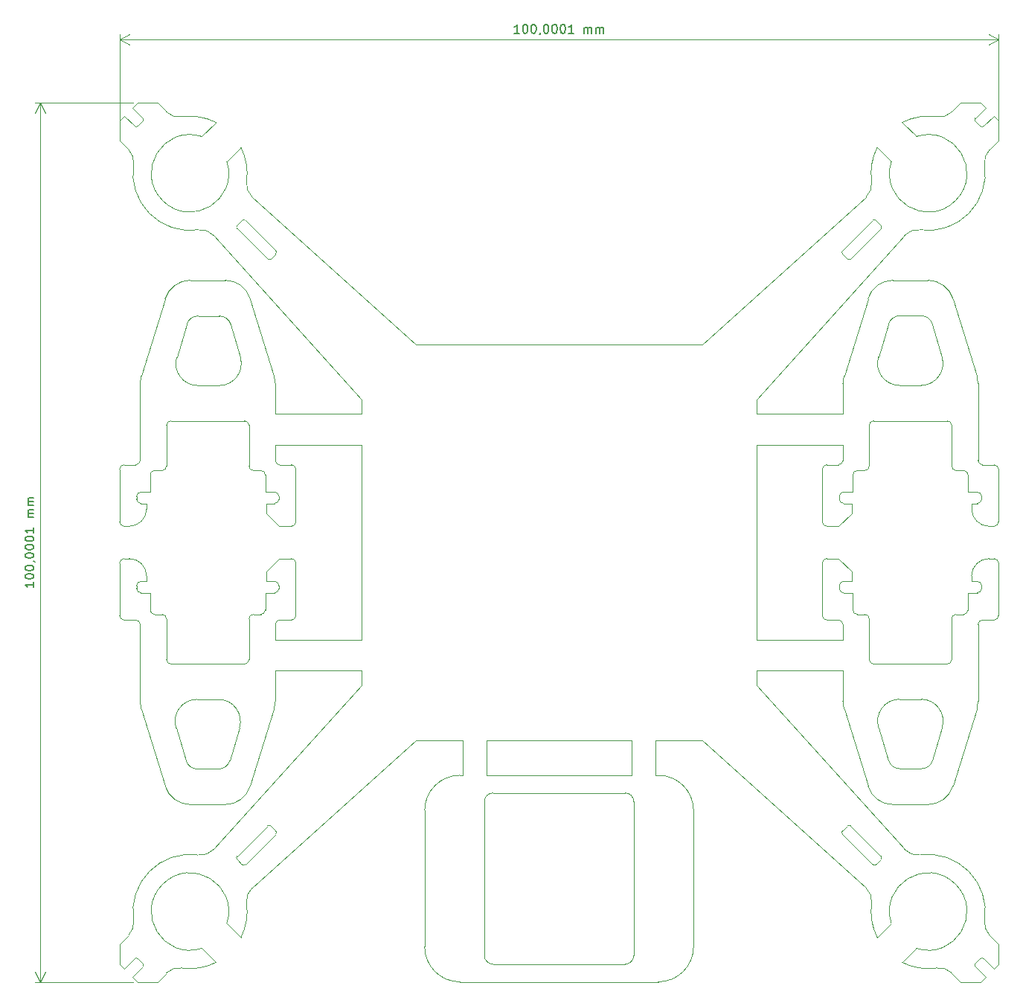
<source format=gbr>
%TF.GenerationSoftware,KiCad,Pcbnew,8.0.1*%
%TF.CreationDate,2024-05-11T18:36:51+02:00*%
%TF.ProjectId,Dron Wi-Fi ESP32,44726f6e-2057-4692-9d46-692045535033,rev?*%
%TF.SameCoordinates,Original*%
%TF.FileFunction,Profile,NP*%
%FSLAX46Y46*%
G04 Gerber Fmt 4.6, Leading zero omitted, Abs format (unit mm)*
G04 Created by KiCad (PCBNEW 8.0.1) date 2024-05-11 18:36:51*
%MOMM*%
%LPD*%
G01*
G04 APERTURE LIST*
%ADD10C,0.150000*%
%TA.AperFunction,Profile*%
%ADD11C,0.050000*%
%TD*%
%TA.AperFunction,Profile*%
%ADD12C,0.025400*%
%TD*%
G04 APERTURE END LIST*
D10*
X140319113Y-49904819D02*
X139747685Y-49904819D01*
X140033399Y-49904819D02*
X140033399Y-48904819D01*
X140033399Y-48904819D02*
X139938161Y-49047676D01*
X139938161Y-49047676D02*
X139842923Y-49142914D01*
X139842923Y-49142914D02*
X139747685Y-49190533D01*
X140938161Y-48904819D02*
X141033399Y-48904819D01*
X141033399Y-48904819D02*
X141128637Y-48952438D01*
X141128637Y-48952438D02*
X141176256Y-49000057D01*
X141176256Y-49000057D02*
X141223875Y-49095295D01*
X141223875Y-49095295D02*
X141271494Y-49285771D01*
X141271494Y-49285771D02*
X141271494Y-49523866D01*
X141271494Y-49523866D02*
X141223875Y-49714342D01*
X141223875Y-49714342D02*
X141176256Y-49809580D01*
X141176256Y-49809580D02*
X141128637Y-49857200D01*
X141128637Y-49857200D02*
X141033399Y-49904819D01*
X141033399Y-49904819D02*
X140938161Y-49904819D01*
X140938161Y-49904819D02*
X140842923Y-49857200D01*
X140842923Y-49857200D02*
X140795304Y-49809580D01*
X140795304Y-49809580D02*
X140747685Y-49714342D01*
X140747685Y-49714342D02*
X140700066Y-49523866D01*
X140700066Y-49523866D02*
X140700066Y-49285771D01*
X140700066Y-49285771D02*
X140747685Y-49095295D01*
X140747685Y-49095295D02*
X140795304Y-49000057D01*
X140795304Y-49000057D02*
X140842923Y-48952438D01*
X140842923Y-48952438D02*
X140938161Y-48904819D01*
X141890542Y-48904819D02*
X141985780Y-48904819D01*
X141985780Y-48904819D02*
X142081018Y-48952438D01*
X142081018Y-48952438D02*
X142128637Y-49000057D01*
X142128637Y-49000057D02*
X142176256Y-49095295D01*
X142176256Y-49095295D02*
X142223875Y-49285771D01*
X142223875Y-49285771D02*
X142223875Y-49523866D01*
X142223875Y-49523866D02*
X142176256Y-49714342D01*
X142176256Y-49714342D02*
X142128637Y-49809580D01*
X142128637Y-49809580D02*
X142081018Y-49857200D01*
X142081018Y-49857200D02*
X141985780Y-49904819D01*
X141985780Y-49904819D02*
X141890542Y-49904819D01*
X141890542Y-49904819D02*
X141795304Y-49857200D01*
X141795304Y-49857200D02*
X141747685Y-49809580D01*
X141747685Y-49809580D02*
X141700066Y-49714342D01*
X141700066Y-49714342D02*
X141652447Y-49523866D01*
X141652447Y-49523866D02*
X141652447Y-49285771D01*
X141652447Y-49285771D02*
X141700066Y-49095295D01*
X141700066Y-49095295D02*
X141747685Y-49000057D01*
X141747685Y-49000057D02*
X141795304Y-48952438D01*
X141795304Y-48952438D02*
X141890542Y-48904819D01*
X142700066Y-49857200D02*
X142700066Y-49904819D01*
X142700066Y-49904819D02*
X142652447Y-50000057D01*
X142652447Y-50000057D02*
X142604828Y-50047676D01*
X143319113Y-48904819D02*
X143414351Y-48904819D01*
X143414351Y-48904819D02*
X143509589Y-48952438D01*
X143509589Y-48952438D02*
X143557208Y-49000057D01*
X143557208Y-49000057D02*
X143604827Y-49095295D01*
X143604827Y-49095295D02*
X143652446Y-49285771D01*
X143652446Y-49285771D02*
X143652446Y-49523866D01*
X143652446Y-49523866D02*
X143604827Y-49714342D01*
X143604827Y-49714342D02*
X143557208Y-49809580D01*
X143557208Y-49809580D02*
X143509589Y-49857200D01*
X143509589Y-49857200D02*
X143414351Y-49904819D01*
X143414351Y-49904819D02*
X143319113Y-49904819D01*
X143319113Y-49904819D02*
X143223875Y-49857200D01*
X143223875Y-49857200D02*
X143176256Y-49809580D01*
X143176256Y-49809580D02*
X143128637Y-49714342D01*
X143128637Y-49714342D02*
X143081018Y-49523866D01*
X143081018Y-49523866D02*
X143081018Y-49285771D01*
X143081018Y-49285771D02*
X143128637Y-49095295D01*
X143128637Y-49095295D02*
X143176256Y-49000057D01*
X143176256Y-49000057D02*
X143223875Y-48952438D01*
X143223875Y-48952438D02*
X143319113Y-48904819D01*
X144271494Y-48904819D02*
X144366732Y-48904819D01*
X144366732Y-48904819D02*
X144461970Y-48952438D01*
X144461970Y-48952438D02*
X144509589Y-49000057D01*
X144509589Y-49000057D02*
X144557208Y-49095295D01*
X144557208Y-49095295D02*
X144604827Y-49285771D01*
X144604827Y-49285771D02*
X144604827Y-49523866D01*
X144604827Y-49523866D02*
X144557208Y-49714342D01*
X144557208Y-49714342D02*
X144509589Y-49809580D01*
X144509589Y-49809580D02*
X144461970Y-49857200D01*
X144461970Y-49857200D02*
X144366732Y-49904819D01*
X144366732Y-49904819D02*
X144271494Y-49904819D01*
X144271494Y-49904819D02*
X144176256Y-49857200D01*
X144176256Y-49857200D02*
X144128637Y-49809580D01*
X144128637Y-49809580D02*
X144081018Y-49714342D01*
X144081018Y-49714342D02*
X144033399Y-49523866D01*
X144033399Y-49523866D02*
X144033399Y-49285771D01*
X144033399Y-49285771D02*
X144081018Y-49095295D01*
X144081018Y-49095295D02*
X144128637Y-49000057D01*
X144128637Y-49000057D02*
X144176256Y-48952438D01*
X144176256Y-48952438D02*
X144271494Y-48904819D01*
X145223875Y-48904819D02*
X145319113Y-48904819D01*
X145319113Y-48904819D02*
X145414351Y-48952438D01*
X145414351Y-48952438D02*
X145461970Y-49000057D01*
X145461970Y-49000057D02*
X145509589Y-49095295D01*
X145509589Y-49095295D02*
X145557208Y-49285771D01*
X145557208Y-49285771D02*
X145557208Y-49523866D01*
X145557208Y-49523866D02*
X145509589Y-49714342D01*
X145509589Y-49714342D02*
X145461970Y-49809580D01*
X145461970Y-49809580D02*
X145414351Y-49857200D01*
X145414351Y-49857200D02*
X145319113Y-49904819D01*
X145319113Y-49904819D02*
X145223875Y-49904819D01*
X145223875Y-49904819D02*
X145128637Y-49857200D01*
X145128637Y-49857200D02*
X145081018Y-49809580D01*
X145081018Y-49809580D02*
X145033399Y-49714342D01*
X145033399Y-49714342D02*
X144985780Y-49523866D01*
X144985780Y-49523866D02*
X144985780Y-49285771D01*
X144985780Y-49285771D02*
X145033399Y-49095295D01*
X145033399Y-49095295D02*
X145081018Y-49000057D01*
X145081018Y-49000057D02*
X145128637Y-48952438D01*
X145128637Y-48952438D02*
X145223875Y-48904819D01*
X146509589Y-49904819D02*
X145938161Y-49904819D01*
X146223875Y-49904819D02*
X146223875Y-48904819D01*
X146223875Y-48904819D02*
X146128637Y-49047676D01*
X146128637Y-49047676D02*
X146033399Y-49142914D01*
X146033399Y-49142914D02*
X145938161Y-49190533D01*
X147700066Y-49904819D02*
X147700066Y-49238152D01*
X147700066Y-49333390D02*
X147747685Y-49285771D01*
X147747685Y-49285771D02*
X147842923Y-49238152D01*
X147842923Y-49238152D02*
X147985780Y-49238152D01*
X147985780Y-49238152D02*
X148081018Y-49285771D01*
X148081018Y-49285771D02*
X148128637Y-49381009D01*
X148128637Y-49381009D02*
X148128637Y-49904819D01*
X148128637Y-49381009D02*
X148176256Y-49285771D01*
X148176256Y-49285771D02*
X148271494Y-49238152D01*
X148271494Y-49238152D02*
X148414351Y-49238152D01*
X148414351Y-49238152D02*
X148509590Y-49285771D01*
X148509590Y-49285771D02*
X148557209Y-49381009D01*
X148557209Y-49381009D02*
X148557209Y-49904819D01*
X149033399Y-49904819D02*
X149033399Y-49238152D01*
X149033399Y-49333390D02*
X149081018Y-49285771D01*
X149081018Y-49285771D02*
X149176256Y-49238152D01*
X149176256Y-49238152D02*
X149319113Y-49238152D01*
X149319113Y-49238152D02*
X149414351Y-49285771D01*
X149414351Y-49285771D02*
X149461970Y-49381009D01*
X149461970Y-49381009D02*
X149461970Y-49904819D01*
X149461970Y-49381009D02*
X149509589Y-49285771D01*
X149509589Y-49285771D02*
X149604827Y-49238152D01*
X149604827Y-49238152D02*
X149747684Y-49238152D01*
X149747684Y-49238152D02*
X149842923Y-49285771D01*
X149842923Y-49285771D02*
X149890542Y-49381009D01*
X149890542Y-49381009D02*
X149890542Y-49904819D01*
D11*
X94842898Y-61635861D02*
X94842898Y-50013580D01*
X194842948Y-61635861D02*
X194842948Y-50013580D01*
X94842898Y-50600000D02*
X194842948Y-50600000D01*
X94842898Y-50600000D02*
X194842948Y-50600000D01*
X94842898Y-50600000D02*
X95969402Y-50013579D01*
X94842898Y-50600000D02*
X95969402Y-51186421D01*
X194842948Y-50600000D02*
X193716444Y-51186421D01*
X194842948Y-50600000D02*
X193716444Y-50013579D01*
D10*
X85064820Y-112365065D02*
X85064820Y-112936493D01*
X85064820Y-112650779D02*
X84064820Y-112650779D01*
X84064820Y-112650779D02*
X84207677Y-112746017D01*
X84207677Y-112746017D02*
X84302915Y-112841255D01*
X84302915Y-112841255D02*
X84350534Y-112936493D01*
X84064820Y-111746017D02*
X84064820Y-111650779D01*
X84064820Y-111650779D02*
X84112439Y-111555541D01*
X84112439Y-111555541D02*
X84160058Y-111507922D01*
X84160058Y-111507922D02*
X84255296Y-111460303D01*
X84255296Y-111460303D02*
X84445772Y-111412684D01*
X84445772Y-111412684D02*
X84683867Y-111412684D01*
X84683867Y-111412684D02*
X84874343Y-111460303D01*
X84874343Y-111460303D02*
X84969581Y-111507922D01*
X84969581Y-111507922D02*
X85017201Y-111555541D01*
X85017201Y-111555541D02*
X85064820Y-111650779D01*
X85064820Y-111650779D02*
X85064820Y-111746017D01*
X85064820Y-111746017D02*
X85017201Y-111841255D01*
X85017201Y-111841255D02*
X84969581Y-111888874D01*
X84969581Y-111888874D02*
X84874343Y-111936493D01*
X84874343Y-111936493D02*
X84683867Y-111984112D01*
X84683867Y-111984112D02*
X84445772Y-111984112D01*
X84445772Y-111984112D02*
X84255296Y-111936493D01*
X84255296Y-111936493D02*
X84160058Y-111888874D01*
X84160058Y-111888874D02*
X84112439Y-111841255D01*
X84112439Y-111841255D02*
X84064820Y-111746017D01*
X84064820Y-110793636D02*
X84064820Y-110698398D01*
X84064820Y-110698398D02*
X84112439Y-110603160D01*
X84112439Y-110603160D02*
X84160058Y-110555541D01*
X84160058Y-110555541D02*
X84255296Y-110507922D01*
X84255296Y-110507922D02*
X84445772Y-110460303D01*
X84445772Y-110460303D02*
X84683867Y-110460303D01*
X84683867Y-110460303D02*
X84874343Y-110507922D01*
X84874343Y-110507922D02*
X84969581Y-110555541D01*
X84969581Y-110555541D02*
X85017201Y-110603160D01*
X85017201Y-110603160D02*
X85064820Y-110698398D01*
X85064820Y-110698398D02*
X85064820Y-110793636D01*
X85064820Y-110793636D02*
X85017201Y-110888874D01*
X85017201Y-110888874D02*
X84969581Y-110936493D01*
X84969581Y-110936493D02*
X84874343Y-110984112D01*
X84874343Y-110984112D02*
X84683867Y-111031731D01*
X84683867Y-111031731D02*
X84445772Y-111031731D01*
X84445772Y-111031731D02*
X84255296Y-110984112D01*
X84255296Y-110984112D02*
X84160058Y-110936493D01*
X84160058Y-110936493D02*
X84112439Y-110888874D01*
X84112439Y-110888874D02*
X84064820Y-110793636D01*
X85017201Y-109984112D02*
X85064820Y-109984112D01*
X85064820Y-109984112D02*
X85160058Y-110031731D01*
X85160058Y-110031731D02*
X85207677Y-110079350D01*
X84064820Y-109365065D02*
X84064820Y-109269827D01*
X84064820Y-109269827D02*
X84112439Y-109174589D01*
X84112439Y-109174589D02*
X84160058Y-109126970D01*
X84160058Y-109126970D02*
X84255296Y-109079351D01*
X84255296Y-109079351D02*
X84445772Y-109031732D01*
X84445772Y-109031732D02*
X84683867Y-109031732D01*
X84683867Y-109031732D02*
X84874343Y-109079351D01*
X84874343Y-109079351D02*
X84969581Y-109126970D01*
X84969581Y-109126970D02*
X85017201Y-109174589D01*
X85017201Y-109174589D02*
X85064820Y-109269827D01*
X85064820Y-109269827D02*
X85064820Y-109365065D01*
X85064820Y-109365065D02*
X85017201Y-109460303D01*
X85017201Y-109460303D02*
X84969581Y-109507922D01*
X84969581Y-109507922D02*
X84874343Y-109555541D01*
X84874343Y-109555541D02*
X84683867Y-109603160D01*
X84683867Y-109603160D02*
X84445772Y-109603160D01*
X84445772Y-109603160D02*
X84255296Y-109555541D01*
X84255296Y-109555541D02*
X84160058Y-109507922D01*
X84160058Y-109507922D02*
X84112439Y-109460303D01*
X84112439Y-109460303D02*
X84064820Y-109365065D01*
X84064820Y-108412684D02*
X84064820Y-108317446D01*
X84064820Y-108317446D02*
X84112439Y-108222208D01*
X84112439Y-108222208D02*
X84160058Y-108174589D01*
X84160058Y-108174589D02*
X84255296Y-108126970D01*
X84255296Y-108126970D02*
X84445772Y-108079351D01*
X84445772Y-108079351D02*
X84683867Y-108079351D01*
X84683867Y-108079351D02*
X84874343Y-108126970D01*
X84874343Y-108126970D02*
X84969581Y-108174589D01*
X84969581Y-108174589D02*
X85017201Y-108222208D01*
X85017201Y-108222208D02*
X85064820Y-108317446D01*
X85064820Y-108317446D02*
X85064820Y-108412684D01*
X85064820Y-108412684D02*
X85017201Y-108507922D01*
X85017201Y-108507922D02*
X84969581Y-108555541D01*
X84969581Y-108555541D02*
X84874343Y-108603160D01*
X84874343Y-108603160D02*
X84683867Y-108650779D01*
X84683867Y-108650779D02*
X84445772Y-108650779D01*
X84445772Y-108650779D02*
X84255296Y-108603160D01*
X84255296Y-108603160D02*
X84160058Y-108555541D01*
X84160058Y-108555541D02*
X84112439Y-108507922D01*
X84112439Y-108507922D02*
X84064820Y-108412684D01*
X84064820Y-107460303D02*
X84064820Y-107365065D01*
X84064820Y-107365065D02*
X84112439Y-107269827D01*
X84112439Y-107269827D02*
X84160058Y-107222208D01*
X84160058Y-107222208D02*
X84255296Y-107174589D01*
X84255296Y-107174589D02*
X84445772Y-107126970D01*
X84445772Y-107126970D02*
X84683867Y-107126970D01*
X84683867Y-107126970D02*
X84874343Y-107174589D01*
X84874343Y-107174589D02*
X84969581Y-107222208D01*
X84969581Y-107222208D02*
X85017201Y-107269827D01*
X85017201Y-107269827D02*
X85064820Y-107365065D01*
X85064820Y-107365065D02*
X85064820Y-107460303D01*
X85064820Y-107460303D02*
X85017201Y-107555541D01*
X85017201Y-107555541D02*
X84969581Y-107603160D01*
X84969581Y-107603160D02*
X84874343Y-107650779D01*
X84874343Y-107650779D02*
X84683867Y-107698398D01*
X84683867Y-107698398D02*
X84445772Y-107698398D01*
X84445772Y-107698398D02*
X84255296Y-107650779D01*
X84255296Y-107650779D02*
X84160058Y-107603160D01*
X84160058Y-107603160D02*
X84112439Y-107555541D01*
X84112439Y-107555541D02*
X84064820Y-107460303D01*
X85064820Y-106174589D02*
X85064820Y-106746017D01*
X85064820Y-106460303D02*
X84064820Y-106460303D01*
X84064820Y-106460303D02*
X84207677Y-106555541D01*
X84207677Y-106555541D02*
X84302915Y-106650779D01*
X84302915Y-106650779D02*
X84350534Y-106746017D01*
X85064820Y-104984112D02*
X84398153Y-104984112D01*
X84493391Y-104984112D02*
X84445772Y-104936493D01*
X84445772Y-104936493D02*
X84398153Y-104841255D01*
X84398153Y-104841255D02*
X84398153Y-104698398D01*
X84398153Y-104698398D02*
X84445772Y-104603160D01*
X84445772Y-104603160D02*
X84541010Y-104555541D01*
X84541010Y-104555541D02*
X85064820Y-104555541D01*
X84541010Y-104555541D02*
X84445772Y-104507922D01*
X84445772Y-104507922D02*
X84398153Y-104412684D01*
X84398153Y-104412684D02*
X84398153Y-104269827D01*
X84398153Y-104269827D02*
X84445772Y-104174588D01*
X84445772Y-104174588D02*
X84541010Y-104126969D01*
X84541010Y-104126969D02*
X85064820Y-104126969D01*
X85064820Y-103650779D02*
X84398153Y-103650779D01*
X84493391Y-103650779D02*
X84445772Y-103603160D01*
X84445772Y-103603160D02*
X84398153Y-103507922D01*
X84398153Y-103507922D02*
X84398153Y-103365065D01*
X84398153Y-103365065D02*
X84445772Y-103269827D01*
X84445772Y-103269827D02*
X84541010Y-103222208D01*
X84541010Y-103222208D02*
X85064820Y-103222208D01*
X84541010Y-103222208D02*
X84445772Y-103174589D01*
X84445772Y-103174589D02*
X84398153Y-103079351D01*
X84398153Y-103079351D02*
X84398153Y-102936494D01*
X84398153Y-102936494D02*
X84445772Y-102841255D01*
X84445772Y-102841255D02*
X84541010Y-102793636D01*
X84541010Y-102793636D02*
X85064820Y-102793636D01*
D11*
X96342898Y-57841231D02*
X85173581Y-57841231D01*
X96342898Y-157841281D02*
X85173581Y-157841281D01*
X85760001Y-57841231D02*
X85760001Y-157841281D01*
X85760001Y-57841231D02*
X85760001Y-157841281D01*
X85760001Y-57841231D02*
X86346422Y-58967735D01*
X85760001Y-57841231D02*
X85173580Y-58967735D01*
X85760001Y-157841281D02*
X85173580Y-156714777D01*
X85760001Y-157841281D02*
X86346422Y-156714777D01*
D12*
X180638258Y-94006511D02*
X189019238Y-94006511D01*
X98306948Y-102106571D02*
X98306948Y-100156361D01*
X187338346Y-132654608D02*
G75*
G02*
X186038351Y-133598144I-1280046J396308D01*
G01*
X97300598Y-126800701D02*
X100012308Y-135560911D01*
X112610536Y-74668669D02*
G75*
G02*
X112592167Y-75021392I-186436J-167131D01*
G01*
X111406998Y-100156361D02*
X111406998Y-102106571D01*
X111406998Y-115526151D02*
G75*
G02*
X110907128Y-116025998I-499798J-49D01*
G01*
X181055581Y-152800400D02*
G75*
G02*
X180409407Y-148914203I5787319J2959100D01*
G01*
X177138138Y-93233331D02*
X167342878Y-93233331D01*
X97256918Y-103406541D02*
G75*
G02*
X96756759Y-102906411I-18J500141D01*
G01*
X108468470Y-128941956D02*
X107380418Y-132678858D01*
X194342828Y-99006501D02*
G75*
G02*
X194842699Y-99506371I-28J-499899D01*
G01*
X178778718Y-99656481D02*
X179638258Y-99656481D01*
X113047588Y-99006501D02*
G75*
G02*
X112547399Y-98506371I112J500301D01*
G01*
X113047588Y-116676011D02*
X114371178Y-116676011D01*
X111406998Y-113576191D02*
X111406998Y-115526151D01*
X189673287Y-135560651D02*
G75*
G02*
X186807658Y-137673437I-2865687J887051D01*
G01*
X113006948Y-109676021D02*
X111507078Y-111176151D01*
X177138138Y-89768771D02*
G75*
G02*
X177272260Y-88881805I3000062J-29D01*
G01*
X191778698Y-112276221D02*
X192428678Y-112276221D01*
X137342938Y-155841281D02*
G75*
G02*
X136343019Y-154841291I-38J999881D01*
G01*
X188426399Y-128917706D02*
X187338347Y-132654608D01*
X113006948Y-106006481D02*
X114371178Y-106006481D01*
X105793858Y-155632751D02*
G75*
G02*
X101859650Y-156266470I-2951058J5791651D01*
G01*
X175314668Y-116676011D02*
X176638268Y-116676011D01*
X179984209Y-80121851D02*
G75*
G02*
X182849838Y-78009085I2865591J-886949D01*
G01*
X96842898Y-57841231D02*
X96302638Y-58381741D01*
X194342828Y-99006501D02*
X193019228Y-99006501D01*
X99137528Y-157841281D02*
X100148708Y-156830111D01*
X111507078Y-111176151D02*
X111507078Y-112276221D01*
X97166488Y-89768771D02*
X97166488Y-98506371D01*
X109128928Y-144493376D02*
X112606914Y-141010047D01*
X178278848Y-115526151D02*
X178278848Y-113576191D01*
X96666368Y-99006501D02*
X95343028Y-99006501D01*
X176728688Y-102906411D02*
X176728688Y-102606441D01*
X96302638Y-157301021D02*
X96842898Y-157841281D01*
X114871308Y-116176141D02*
G75*
G02*
X114371178Y-116676308I-500308J141D01*
G01*
X97475858Y-156127801D02*
X96302638Y-157301021D01*
X167342878Y-122449171D02*
X177138138Y-122449171D01*
X167342878Y-96733201D02*
X177138138Y-96733201D01*
X177138138Y-122449171D02*
X177138138Y-125913731D01*
X181189314Y-86732791D02*
X182337367Y-82995889D01*
X183577366Y-89971956D02*
G75*
G02*
X181189395Y-86732816I-66J2499756D01*
G01*
X97256918Y-113576191D02*
G75*
G02*
X96756709Y-113076071I-18J500191D01*
G01*
X179984208Y-80121851D02*
X177272248Y-88881801D01*
X112457038Y-103406541D02*
X111507078Y-103406541D01*
X183648344Y-133598175D02*
G75*
G02*
X182348365Y-132654603I-20044J1339675D01*
G01*
X106175418Y-89992661D02*
X103725418Y-89992661D01*
X107027528Y-64481551D02*
G75*
G02*
X104195204Y-61654193I-4184628J-1359649D01*
G01*
X176728688Y-113076071D02*
X176728688Y-112776091D01*
X108190848Y-72127201D02*
G75*
G02*
X108209110Y-71774620I186552J167101D01*
G01*
X189519368Y-116526151D02*
G75*
G02*
X190019238Y-116026268I499932J-49D01*
G01*
X177228818Y-102106571D02*
X178278848Y-102106571D01*
X108190803Y-72127261D02*
X111674132Y-75605247D01*
X112588674Y-140657532D02*
X112021667Y-140090422D01*
X106835758Y-78008831D02*
G75*
G02*
X109701589Y-80121869I42J-2999869D01*
G01*
X137342938Y-136341201D02*
X152342908Y-136341201D01*
X160142998Y-153841291D02*
G75*
G02*
X156143008Y-157841298I-3999998J-9D01*
G01*
X191378648Y-115526151D02*
G75*
G02*
X190878778Y-116026048I-499848J-49D01*
G01*
X110047588Y-99656481D02*
X110907128Y-99656481D01*
X102878188Y-137673681D02*
X106835758Y-137673681D01*
X167342878Y-91580811D02*
X184148278Y-72916631D01*
X153342908Y-137341191D02*
X153342908Y-154841291D01*
X136342938Y-154841291D02*
X136342938Y-137341191D01*
X112957158Y-102906411D02*
G75*
G02*
X112457038Y-103406558I-500158J11D01*
G01*
X182849838Y-137673681D02*
X186807658Y-137673681D01*
X186027366Y-89971956D02*
X183577366Y-89971956D01*
X180556978Y-71189431D02*
X177078992Y-74672760D01*
X111507078Y-103406541D02*
X111507078Y-104506361D01*
X194842948Y-116176141D02*
X194842948Y-110176151D01*
X176678648Y-106006481D02*
X178178778Y-104506361D01*
X108563470Y-86753496D02*
X107475418Y-83016594D01*
X110047588Y-99656481D02*
G75*
G02*
X109547419Y-99156361I112J500281D01*
G01*
X101242366Y-128941956D02*
X102390419Y-132678858D01*
X106080418Y-125702791D02*
G75*
G02*
X108468378Y-128941928I-18J-2499809D01*
G01*
X177097232Y-75025275D02*
G75*
G02*
X177078946Y-74672719I168168J185475D01*
G01*
X185485848Y-154026711D02*
X183883868Y-155628691D01*
X183891998Y-60049761D02*
G75*
G02*
X187826188Y-59416092I2951002J-5791839D01*
G01*
X192428678Y-112276221D02*
G75*
G02*
X192928579Y-112776091I22J-499879D01*
G01*
X101337366Y-86753496D02*
X102485419Y-83016594D01*
X178778718Y-116026021D02*
G75*
G02*
X178278879Y-115526151I-18J499821D01*
G01*
X192767268Y-155217211D02*
G75*
G02*
X193129138Y-155208401I185132J-167989D01*
G01*
X109918308Y-147146611D02*
X128582478Y-130341211D01*
X97166488Y-117176131D02*
X97166488Y-125913731D01*
X191378648Y-113576191D02*
X191378648Y-115526151D01*
X176638268Y-116676011D02*
G75*
G02*
X177138389Y-117176131I-68J-500189D01*
G01*
X192209988Y-156127541D02*
G75*
G02*
X192219073Y-155765807I176812J176541D01*
G01*
X152342908Y-136341201D02*
G75*
G02*
X153342899Y-137341191I-8J-999999D01*
G01*
X189519368Y-94506381D02*
X189519368Y-99156361D01*
X178278848Y-102106571D02*
X178278848Y-100156361D01*
X133892858Y-130341211D02*
X133892858Y-134341201D01*
X192519358Y-117176131D02*
G75*
G02*
X193019228Y-116676358I499842J-69D01*
G01*
X161103368Y-85341301D02*
X152493028Y-85341301D01*
X177228818Y-103406541D02*
G75*
G02*
X176728659Y-102906411I-18J500141D01*
G01*
X179638258Y-116026021D02*
X178778718Y-116026021D01*
X108629257Y-62880331D02*
G75*
G02*
X109276322Y-66768292I-5786557J-2960869D01*
G01*
X191378648Y-102106571D02*
X192428678Y-102106571D01*
X186038347Y-125678541D02*
X183588347Y-125678541D01*
X100012308Y-80121851D02*
X97300598Y-88881801D01*
X180409398Y-66768311D02*
G75*
G02*
X181056499Y-62880280I6433502J927111D01*
G01*
X97907158Y-112276221D02*
X97907158Y-111676021D01*
X194302438Y-156381541D02*
X194842948Y-155841281D01*
X112957158Y-113076071D02*
G75*
G02*
X112457038Y-113576158I-500058J-29D01*
G01*
X94842898Y-110176151D02*
X94842898Y-116176141D01*
X182849838Y-137673681D02*
G75*
G02*
X179984023Y-135560708I-38J2999881D01*
G01*
X96757038Y-102906411D02*
X96757038Y-102606441D01*
X97300599Y-126800701D02*
G75*
G02*
X97166467Y-125913731I2865101J886901D01*
G01*
X137192828Y-85341301D02*
X152493028Y-85341301D01*
X181476513Y-143907896D02*
X180909528Y-144475041D01*
X178178778Y-103406541D02*
X177228818Y-103406541D01*
X103725418Y-89992661D02*
G75*
G02*
X101337361Y-86753494I-18J2499861D01*
G01*
X153092968Y-134341201D02*
X153092968Y-130341211D01*
X99666358Y-116026021D02*
X98807078Y-116026021D01*
X194342828Y-109676021D02*
X193778688Y-109676021D01*
X108776319Y-71207472D02*
G75*
G02*
X109128873Y-71189187I185481J-168328D01*
G01*
X114871308Y-105506361D02*
X114871308Y-99506371D01*
X177228818Y-112276221D02*
X178178778Y-112276221D01*
X191778698Y-103406541D02*
X191778698Y-104006491D01*
X155792988Y-130341211D02*
X161103368Y-130341211D01*
X109701648Y-135560911D02*
X112413348Y-126800701D01*
X187820358Y-156267241D02*
G75*
G02*
X189537215Y-156830044I302542J-1977159D01*
G01*
X192519358Y-125913731D02*
G75*
G02*
X192385231Y-126800696I-2999958J31D01*
G01*
X177138138Y-98506371D02*
G75*
G02*
X176638268Y-99006238I-499838J-29D01*
G01*
X107028298Y-151198421D02*
X108630268Y-152800401D01*
X112547718Y-98506371D02*
X112547718Y-96733201D01*
X161103368Y-130341211D02*
X179767548Y-147146611D01*
X181476707Y-71774652D02*
G75*
G02*
X181494980Y-72127184I-168007J-185448D01*
G01*
X100666358Y-94006511D02*
X109047598Y-94006511D01*
X193129218Y-155208321D02*
X194302438Y-156381541D01*
X122342968Y-91580811D02*
X122342968Y-93233331D01*
X112588674Y-140657532D02*
G75*
G02*
X112606958Y-141010086I-168074J-185468D01*
G01*
X98306948Y-100156361D02*
G75*
G02*
X98807078Y-99656248I500152J-39D01*
G01*
X194842948Y-105506361D02*
X194842948Y-99506371D01*
X192385248Y-88881801D02*
X189673288Y-80121851D01*
X190019238Y-99656481D02*
G75*
G02*
X189519119Y-99156361I-38J500081D01*
G01*
X192769297Y-155214920D02*
G75*
G02*
X192216596Y-155767629I-5927997J5375220D01*
G01*
X95343028Y-106006481D02*
X95907158Y-106006481D01*
X177138138Y-96733201D02*
X177138138Y-98506371D01*
X183883868Y-60053821D02*
X185485848Y-61655801D01*
X96556378Y-60474191D02*
X95383158Y-59300961D01*
X194302438Y-59300961D02*
X193129218Y-60474191D01*
X101242367Y-128941956D02*
G75*
G02*
X103630418Y-125702764I2388133J739256D01*
G01*
X108209138Y-143907861D02*
G75*
G02*
X108190861Y-143555313I168062J185461D01*
G01*
X95907158Y-109676021D02*
X95343028Y-109676021D01*
X177097232Y-75025275D02*
X177664239Y-75592385D01*
X95854068Y-63147031D02*
G75*
G02*
X96416867Y-64863811I-1414268J-1414269D01*
G01*
X175314668Y-106006481D02*
X176678648Y-106006481D01*
X191778698Y-111676021D02*
X191778698Y-112276221D01*
X109701647Y-135560651D02*
G75*
G02*
X106835758Y-137673731I-2865847J886851D01*
G01*
X184148279Y-72916632D02*
G75*
G02*
X185919654Y-72275444I1486221J-1338468D01*
G01*
X181200295Y-128917706D02*
G75*
G02*
X183588347Y-125678572I2388005J739306D01*
G01*
X101865488Y-59415260D02*
G75*
G02*
X100148654Y-58852455I-302488J1977260D01*
G01*
X94842898Y-155841281D02*
X95383158Y-156381541D01*
X95343028Y-116676011D02*
G75*
G02*
X94843189Y-116176141I-28J499811D01*
G01*
X111507078Y-112276221D02*
X112457038Y-112276221D01*
X181055579Y-152800401D02*
X182657298Y-151198421D01*
X108776318Y-71207471D02*
G75*
G02*
X108213345Y-71769445I-5926018J5373571D01*
G01*
X97256918Y-102106571D02*
X98306948Y-102106571D01*
X180138128Y-121176131D02*
X180138128Y-116526151D01*
X103758808Y-72276551D02*
G75*
G02*
X96417494Y-64857950I-915908J6435351D01*
G01*
X100166488Y-99156361D02*
X100166488Y-94506381D01*
X109547718Y-94506381D02*
X109547718Y-99156361D01*
X97907158Y-104006491D02*
G75*
G02*
X95907158Y-106006458I-1999958J-9D01*
G01*
X192218879Y-59916910D02*
G75*
G02*
X192209986Y-59554959I167921J185210D01*
G01*
X111406998Y-102106571D02*
X112457038Y-102106571D01*
X180638258Y-121676001D02*
G75*
G02*
X180138399Y-121176131I-58J499801D01*
G01*
X97472048Y-59550901D02*
G75*
G02*
X97467027Y-59916976I-173048J-180699D01*
G01*
X189673288Y-135560911D02*
X192385248Y-126800701D01*
X167342878Y-118949311D02*
X167342878Y-96733201D01*
X96416937Y-150818691D02*
G75*
G02*
X95854115Y-152535518I-1977137J-302509D01*
G01*
X183648344Y-133598176D02*
X186038351Y-133598176D01*
X96842898Y-157841281D02*
X99137528Y-157841281D01*
X111670337Y-140073644D02*
G75*
G02*
X112023084Y-140091990I167163J-186256D01*
G01*
X94842898Y-99506371D02*
X94842898Y-105506361D01*
X111507078Y-104506361D02*
X113006948Y-106006481D01*
X109047598Y-121676001D02*
X100666358Y-121676001D01*
X174814548Y-110176151D02*
G75*
G02*
X175314668Y-109676048I500152J-49D01*
G01*
X176678648Y-109676021D02*
X175314668Y-109676021D01*
X194842948Y-105506361D02*
G75*
G02*
X194342828Y-106006448I-500048J-39D01*
G01*
X178178778Y-112276221D02*
X178178778Y-111176151D01*
X112547718Y-93233331D02*
X112547718Y-89768771D01*
X94842898Y-99506371D02*
G75*
G02*
X95343028Y-99006198I500202J-29D01*
G01*
X114371178Y-109676021D02*
X113006948Y-109676021D01*
X174814548Y-110176151D02*
X174814548Y-116176141D01*
X182658318Y-151200961D02*
G75*
G02*
X185490425Y-154028210I4184582J1359661D01*
G01*
X136342938Y-137341191D02*
G75*
G02*
X137342938Y-136341138I1000062J-9D01*
G01*
X99137528Y-57841231D02*
X96842898Y-57841231D01*
X192842958Y-157841281D02*
X193383218Y-157301021D01*
X192209988Y-59554961D02*
X193383218Y-58381741D01*
X167342878Y-93233331D02*
X167342878Y-91580811D01*
X190019238Y-99656481D02*
X190878778Y-99656481D01*
X174814548Y-99506371D02*
G75*
G02*
X175314668Y-99006248I500152J-29D01*
G01*
X110907128Y-99656481D02*
G75*
G02*
X111407019Y-100156361I-28J-499919D01*
G01*
X191378648Y-100156361D02*
X191378648Y-102106571D01*
X106080418Y-125702791D02*
X103630418Y-125702791D01*
X189019238Y-94006511D02*
G75*
G02*
X189519089Y-94506381I-38J-499889D01*
G01*
X94842898Y-110176151D02*
G75*
G02*
X95343028Y-109675998I500202J-49D01*
G01*
X114371178Y-99006501D02*
X113047588Y-99006501D01*
X94842898Y-59841221D02*
X94842898Y-62135861D01*
X109128878Y-144493331D02*
G75*
G02*
X108776111Y-144475001I-167178J186331D01*
G01*
X97466968Y-155765591D02*
G75*
G02*
X97476064Y-156127747I-167868J-185409D01*
G01*
X179767548Y-68535901D02*
X161103368Y-85341301D01*
X100166488Y-121176131D02*
X100166488Y-116526151D01*
X97907158Y-103406541D02*
X97256918Y-103406541D01*
X112026647Y-75587007D02*
X112593757Y-75020000D01*
X156143008Y-134341201D02*
G75*
G02*
X160142999Y-138341191I-8J-3999999D01*
G01*
X114871308Y-105506361D02*
G75*
G02*
X114371178Y-106006508I-500108J-39D01*
G01*
X160142998Y-153841291D02*
X160142998Y-138341191D01*
X112547718Y-96733201D02*
X122342968Y-96733201D01*
X184148278Y-142765871D02*
X167342878Y-124101701D01*
X109047598Y-94006511D02*
G75*
G02*
X109547489Y-94506381I2J-499889D01*
G01*
X177228818Y-113576191D02*
G75*
G02*
X176728709Y-113076071I-18J500091D01*
G01*
X129542858Y-138341191D02*
X129542858Y-153841291D01*
X182657298Y-64484091D02*
X181055578Y-62882361D01*
X156143008Y-134341201D02*
X155792988Y-134341201D01*
X112957158Y-112776091D02*
X112957158Y-113076071D01*
X112026647Y-75587007D02*
G75*
G02*
X111674119Y-75605262I-185447J168207D01*
G01*
X190548318Y-157841281D02*
X192842958Y-157841281D01*
X188415418Y-86732791D02*
X187327366Y-82995889D01*
X175314668Y-116676011D02*
G75*
G02*
X174814789Y-116176141I132J500011D01*
G01*
X97166488Y-98506371D02*
G75*
G02*
X96666368Y-99006488I-500088J-29D01*
G01*
X108209138Y-143907861D02*
X108776145Y-144474971D01*
X179638258Y-116026021D02*
G75*
G02*
X180138379Y-116526151I-58J-500179D01*
G01*
X194842948Y-155841281D02*
X194842948Y-153546651D01*
X122342968Y-122449171D02*
X122342968Y-124101701D01*
X96556638Y-155208321D02*
G75*
G02*
X96918397Y-155217384I176562J-176879D01*
G01*
X181494748Y-143555301D02*
G75*
G02*
X181476487Y-143907867I-186448J-167099D01*
G01*
X100166488Y-94506381D02*
G75*
G02*
X100666358Y-94006488I499912J-19D01*
G01*
X193831778Y-63147031D02*
X194842948Y-62135861D01*
X193778688Y-106006481D02*
X194342828Y-106006481D01*
X178278848Y-100156361D02*
G75*
G02*
X178778718Y-99656548I499852J-39D01*
G01*
X177138138Y-117176131D02*
X177138138Y-118949311D01*
X104200008Y-61655801D02*
X105801978Y-60053821D01*
X194842948Y-153546651D02*
X193831778Y-152535471D01*
X114371178Y-109676021D02*
G75*
G02*
X114871279Y-110176151I122J-499979D01*
G01*
X185919678Y-143407220D02*
G75*
G02*
X184148138Y-142765997I-285278J1979620D01*
G01*
X122342968Y-96733201D02*
X122342968Y-118949311D01*
X102485419Y-83016594D02*
G75*
G02*
X103785415Y-82073050I1279981J-396206D01*
G01*
X109276957Y-148918011D02*
G75*
G02*
X108629211Y-152802408I-6434057J-923289D01*
G01*
X103785415Y-82073026D02*
X106175422Y-82073026D01*
X187814768Y-156268260D02*
G75*
G02*
X183881843Y-155627661I-971868J6426560D01*
G01*
X110907128Y-116026021D02*
X110047588Y-116026021D01*
X96918588Y-60465301D02*
G75*
G02*
X96556456Y-60474373I-185388J168001D01*
G01*
X112457038Y-112276221D02*
G75*
G02*
X112956879Y-112776091I-38J-499879D01*
G01*
X192928808Y-102906411D02*
G75*
G02*
X192428678Y-103406608I-500308J111D01*
G01*
X189519368Y-121176131D02*
G75*
G02*
X189019238Y-121676268I-500168J31D01*
G01*
X179767548Y-147146611D02*
G75*
G02*
X180408745Y-148917989I-1338348J-1486189D01*
G01*
X194842948Y-62135861D02*
X194842948Y-59841221D01*
X112610536Y-74668669D02*
X109128833Y-71189231D01*
X191778698Y-111676021D02*
G75*
G02*
X193778688Y-109676098I1999802J121D01*
G01*
X101870828Y-59414251D02*
G75*
G02*
X105804024Y-60054829I972072J-6426749D01*
G01*
X108563469Y-86753496D02*
G75*
G02*
X106175418Y-89992689I-2388069J-739304D01*
G01*
X180138128Y-99156361D02*
X180138128Y-94506381D01*
X180138128Y-94506381D02*
G75*
G02*
X180638258Y-94006228I500172J-19D01*
G01*
X180909527Y-144475041D02*
G75*
G02*
X180557021Y-144493284I-185427J168141D01*
G01*
X175314668Y-106006481D02*
G75*
G02*
X174814519Y-105506361I132J500281D01*
G01*
X176638268Y-99006501D02*
X175314668Y-99006501D01*
X177138138Y-118949311D02*
X167342878Y-118949311D01*
X193383218Y-157301021D02*
X192209988Y-156127801D01*
X190548318Y-57841231D02*
X189537148Y-58852401D01*
X114371178Y-99006501D02*
G75*
G02*
X114870999Y-99506371I122J-499699D01*
G01*
X100012308Y-80121851D02*
G75*
G02*
X102878188Y-78009009I2865892J-887249D01*
G01*
X96916558Y-60467591D02*
G75*
G02*
X97469262Y-59914885I5926342J-5373609D01*
G01*
X183637363Y-82052321D02*
X186027370Y-82052321D01*
X192519358Y-98506371D02*
X192519358Y-89768771D01*
X96757038Y-102606441D02*
G75*
G02*
X97256918Y-102106638I499762J41D01*
G01*
X194342828Y-109676021D02*
G75*
G02*
X194842979Y-110176151I-28J-500179D01*
G01*
X189519368Y-116526151D02*
X189519368Y-121176131D01*
X177075325Y-141013838D02*
X180557028Y-144493276D01*
X107380418Y-132678858D02*
G75*
G02*
X106080423Y-133622375I-1279918J396158D01*
G01*
X112457038Y-102106571D02*
G75*
G02*
X112956829Y-102606441I-38J-499829D01*
G01*
X122342968Y-124101701D02*
X105537568Y-142765871D01*
X180556978Y-71189431D02*
G75*
G02*
X180909436Y-71207555I167122J-186169D01*
G01*
X100166488Y-99156361D02*
G75*
G02*
X99666358Y-99656388I-499988J-39D01*
G01*
X178015570Y-75609164D02*
G75*
G02*
X177662815Y-75590824I-167170J186264D01*
G01*
X136592878Y-130341211D02*
X136592878Y-134341201D01*
X103766168Y-72275281D02*
G75*
G02*
X105537701Y-72916511I285232J-1979719D01*
G01*
X152342908Y-155841281D02*
X137342938Y-155841281D01*
X153342908Y-154841291D02*
G75*
G02*
X152342908Y-155841308I-1000008J-9D01*
G01*
X95854068Y-152535471D02*
X94842898Y-153546651D01*
X186807658Y-78008831D02*
X182849838Y-78008831D01*
X136592878Y-134341201D02*
X153092968Y-134341201D01*
X105537567Y-142765870D02*
G75*
G02*
X103766199Y-143407010I-1486167J1338470D01*
G01*
X174814548Y-99506371D02*
X174814548Y-105506361D01*
X98306948Y-115526151D02*
X98306948Y-113576191D01*
X108630268Y-62882361D02*
X107028298Y-64484091D01*
X178015570Y-75609164D02*
X181495008Y-72127461D01*
X192385247Y-88881801D02*
G75*
G02*
X192519363Y-89768771I-2865447J-886899D01*
G01*
X194842948Y-59841221D02*
X194302438Y-59300961D01*
X177272249Y-126800701D02*
G75*
G02*
X177138140Y-125913731I2864951J886801D01*
G01*
X129542858Y-138341191D02*
G75*
G02*
X133542848Y-134341158I4000042J-9D01*
G01*
X97469259Y-155767620D02*
G75*
G02*
X96916560Y-155214920I5372441J5925120D01*
G01*
X99666358Y-116026021D02*
G75*
G02*
X100166479Y-116526151I-58J-500179D01*
G01*
X189537148Y-156830111D02*
X190548318Y-157841281D01*
X95343028Y-106006481D02*
G75*
G02*
X94842919Y-105506361I-28J500081D01*
G01*
X193269927Y-64869411D02*
G75*
G02*
X185915860Y-72274834I-6427027J-971789D01*
G01*
X189019238Y-121676001D02*
X180638258Y-121676001D01*
X186038347Y-125678541D02*
G75*
G02*
X188426343Y-128917689I-47J-2499859D01*
G01*
X94842898Y-153546651D02*
X94842898Y-155841281D01*
X180409397Y-66768311D02*
G75*
G02*
X179767650Y-68536016I-1980097J-281489D01*
G01*
X128582478Y-85341301D02*
X109918308Y-68535901D01*
X95383158Y-59300961D02*
X94842898Y-59841221D01*
X100148708Y-156830111D02*
G75*
G02*
X101865471Y-156267353I1414192J-1414189D01*
G01*
X178178778Y-104506361D02*
X178178778Y-103406541D01*
X193019228Y-99006501D02*
G75*
G02*
X192519099Y-98506371I-28J500101D01*
G01*
X97907158Y-104006491D02*
X97907158Y-103406541D01*
X96666368Y-116676011D02*
G75*
G02*
X97166489Y-117176131I-68J-500189D01*
G01*
X98807078Y-116026021D02*
G75*
G02*
X98307279Y-115526151I122J499921D01*
G01*
X137192828Y-85341301D02*
X128582478Y-85341301D01*
X95383158Y-156381541D02*
X96556378Y-155208321D01*
X109276959Y-148918011D02*
G75*
G02*
X109918196Y-147146486I1979741J285211D01*
G01*
X98306948Y-113576191D02*
X97256918Y-113576191D01*
X185927048Y-143406211D02*
G75*
G02*
X193268153Y-150824531I915952J-6435089D01*
G01*
X186807658Y-78008831D02*
G75*
G02*
X189673644Y-80121740I-58J-3000269D01*
G01*
X112957158Y-102606441D02*
X112957158Y-102906411D01*
X95343028Y-116676011D02*
X96666368Y-116676011D01*
X103690415Y-133622426D02*
X106080422Y-133622426D01*
X122342968Y-118949311D02*
X112547718Y-118949311D01*
X106835758Y-78008831D02*
X102878188Y-78008831D01*
X190878778Y-116026021D02*
X190019238Y-116026021D01*
X96757038Y-113076071D02*
X96757038Y-112776091D01*
X177075325Y-141013838D02*
G75*
G02*
X177093690Y-140661111I186375J167138D01*
G01*
X193831779Y-152535470D02*
G75*
G02*
X193268964Y-150818698I1413921J1414170D01*
G01*
X97256918Y-112276221D02*
X97907158Y-112276221D01*
X112547718Y-122449171D02*
X122342968Y-122449171D01*
X109547718Y-116526151D02*
G75*
G02*
X110047588Y-116026218I499982J-49D01*
G01*
X111670336Y-140073643D02*
X108190898Y-143555346D01*
X112413348Y-88881801D02*
X109701648Y-80121851D01*
X181495058Y-143555246D02*
X178011729Y-140077260D01*
X177138138Y-89768771D02*
X177138138Y-93233331D01*
X106175422Y-82073027D02*
G75*
G02*
X107475406Y-83016598I19978J-1339773D01*
G01*
X109918308Y-68535901D02*
G75*
G02*
X109277163Y-66764531I1337992J1486001D01*
G01*
X192928808Y-102606441D02*
X192928808Y-102906411D01*
X133542848Y-157841281D02*
X156143008Y-157841281D01*
X178278848Y-113576191D02*
X177228818Y-113576191D01*
X192216573Y-59914898D02*
G75*
G02*
X192767226Y-60465339I-5373873J-5926602D01*
G01*
X109547718Y-116526151D02*
X109547718Y-121176131D01*
X100148708Y-58852401D02*
X99137528Y-57841231D01*
X188415417Y-86732791D02*
G75*
G02*
X186027366Y-89971941I-2388017J-739309D01*
G01*
X192428678Y-103406541D02*
X191778698Y-103406541D01*
X192842958Y-57841231D02*
X190548318Y-57841231D01*
X112413347Y-88881801D02*
G75*
G02*
X112547479Y-89768771I-2865747J-886999D01*
G01*
X103690415Y-133622426D02*
G75*
G02*
X102390362Y-132678876I-20015J1339826D01*
G01*
X167342878Y-124101701D02*
X167342878Y-122449171D01*
X176728688Y-112776091D02*
G75*
G02*
X177228818Y-112275988I500112J-9D01*
G01*
X112457038Y-113576191D02*
X111406998Y-113576191D01*
X185483308Y-61656561D02*
G75*
G02*
X182655945Y-64488966I1359692J-4184639D01*
G01*
X133892858Y-134341201D02*
X133542848Y-134341201D01*
X96415919Y-150813351D02*
G75*
G02*
X103769981Y-143407712I6426921J972081D01*
G01*
X192428678Y-113576191D02*
X191378648Y-113576191D01*
X178178778Y-111176151D02*
X176678648Y-109676021D01*
X192928808Y-113076071D02*
G75*
G02*
X192428678Y-113576208I-500108J-29D01*
G01*
X97166488Y-89768771D02*
G75*
G02*
X97300604Y-88881803I3000212J-29D01*
G01*
X182337367Y-82995889D02*
G75*
G02*
X183637363Y-82052342I1280133J-396411D01*
G01*
X176728688Y-102606441D02*
G75*
G02*
X177228818Y-102106288I500212J-59D01*
G01*
X133542848Y-157841281D02*
G75*
G02*
X129542919Y-153841291I-48J3999881D01*
G01*
X96302638Y-58381741D02*
X97475858Y-59554961D01*
X194842948Y-116176141D02*
G75*
G02*
X194342828Y-116676348I-500148J-59D01*
G01*
X105537568Y-72916631D02*
X122342968Y-91580811D01*
X193268919Y-64863821D02*
G75*
G02*
X193831725Y-63146978I1977181J302521D01*
G01*
X181200295Y-128917706D02*
X182348348Y-132654608D01*
X112547718Y-125913731D02*
X112547718Y-122449171D01*
X153092968Y-130341211D02*
X136592878Y-130341211D01*
X177272248Y-126800701D02*
X179984208Y-135560911D01*
X94842898Y-62135861D02*
X95854068Y-63147031D01*
X128582478Y-130341211D02*
X133892858Y-130341211D01*
X177659215Y-140095500D02*
G75*
G02*
X178011769Y-140077215I185485J-168400D01*
G01*
X105801978Y-155628691D02*
X104200008Y-154026711D01*
X96757038Y-112776091D02*
G75*
G02*
X97256918Y-112276238I499862J-9D01*
G01*
X95907158Y-109676021D02*
G75*
G02*
X97907179Y-111676021I-58J-2000079D01*
G01*
X109547718Y-121176131D02*
G75*
G02*
X109047598Y-121676218I-500218J131D01*
G01*
X122342968Y-93233331D02*
X112547718Y-93233331D01*
X193383218Y-58381741D02*
X192842958Y-57841231D01*
X186027370Y-82052322D02*
G75*
G02*
X187327389Y-82995882I20230J-1339478D01*
G01*
X104202548Y-154025950D02*
G75*
G02*
X107029922Y-151193624I-1359648J4184650D01*
G01*
X180138128Y-99156361D02*
G75*
G02*
X179638258Y-99656228I-499928J61D01*
G01*
X193778688Y-106006481D02*
G75*
G02*
X191778719Y-104006491I12J1999981D01*
G01*
X192519358Y-125913731D02*
X192519358Y-117176131D01*
X192428678Y-102106571D02*
G75*
G02*
X192928529Y-102606441I122J-499729D01*
G01*
X155792988Y-134341201D02*
X155792988Y-130341211D01*
X192928808Y-112776091D02*
X192928808Y-113076071D01*
X193129218Y-60474191D02*
G75*
G02*
X192767189Y-60465372I-176818J176691D01*
G01*
X114871308Y-116176141D02*
X114871308Y-110176151D01*
X112547718Y-118949311D02*
X112547718Y-117176131D01*
X177659214Y-140095500D02*
X177092104Y-140662507D01*
X112547718Y-117176131D02*
G75*
G02*
X113047588Y-116676218I499782J131D01*
G01*
X98807078Y-99656481D02*
X99666358Y-99656481D01*
X193019228Y-116676011D02*
X194342828Y-116676011D01*
X112547718Y-125913731D02*
G75*
G02*
X112413568Y-126800769I-3000618J131D01*
G01*
X102878188Y-137673681D02*
G75*
G02*
X100012353Y-135560637I112J3000081D01*
G01*
X190878778Y-99656481D02*
G75*
G02*
X191378619Y-100156361I122J-499719D01*
G01*
X100666358Y-121676001D02*
G75*
G02*
X100166499Y-121176131I-58J499801D01*
G01*
X181476708Y-71774651D02*
G75*
G02*
X180909530Y-71207470I5365492J5932651D01*
G01*
X189537148Y-58852401D02*
G75*
G02*
X187820367Y-59415201I-1414248J1414201D01*
G01*
M02*

</source>
